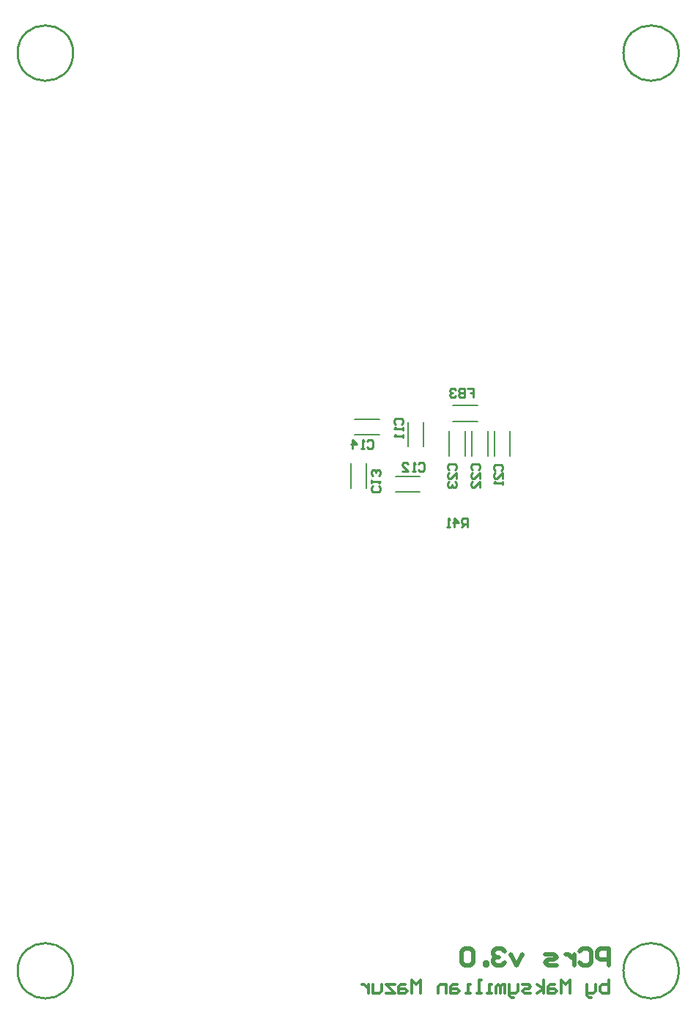
<source format=gbr>
%TF.GenerationSoftware,Altium Limited,Altium Designer,25.8.1 (18)*%
G04 Layer_Color=32896*
%FSLAX45Y45*%
%MOMM*%
%TF.SameCoordinates,031978D1-9D18-463A-8735-F8186BF7E524*%
%TF.FilePolarity,Positive*%
%TF.FileFunction,Legend,Bot*%
%TF.Part,Single*%
G01*
G75*
%TA.AperFunction,NonConductor*%
%ADD70C,0.25400*%
%ADD74C,0.20000*%
%ADD76C,0.30000*%
%ADD77C,0.50000*%
D70*
X7930156Y11170000D02*
G03*
X7930156Y11170000I-320156J0D01*
G01*
X930156D02*
G03*
X930156Y11170000I-320156J0D01*
G01*
Y570000D02*
G03*
X930156Y570000I-320156J0D01*
G01*
X7930156D02*
G03*
X7930156Y570000I-320156J0D01*
G01*
X5488495Y5699216D02*
Y5800784D01*
X5437712D01*
X5420784Y5783856D01*
Y5750000D01*
X5437712Y5733072D01*
X5488495D01*
X5454639D02*
X5420784Y5699216D01*
X5336144D02*
Y5800784D01*
X5386928Y5750000D01*
X5319216D01*
X5285361Y5699216D02*
X5251505D01*
X5268433D01*
Y5800784D01*
X5285361Y5783856D01*
X5485328Y7297458D02*
X5553039D01*
Y7246674D01*
X5519183D01*
X5553039D01*
Y7195890D01*
X5451472Y7297458D02*
Y7195890D01*
X5400688D01*
X5383760Y7212818D01*
Y7229746D01*
X5400688Y7246674D01*
X5451472D01*
X5400688D01*
X5383760Y7263602D01*
Y7280530D01*
X5400688Y7297458D01*
X5451472D01*
X5349904Y7280530D02*
X5332977Y7297458D01*
X5299121D01*
X5282193Y7280530D01*
Y7263602D01*
X5299121Y7246674D01*
X5316049D01*
X5299121D01*
X5282193Y7229746D01*
Y7212818D01*
X5299121Y7195890D01*
X5332977D01*
X5349904Y7212818D01*
X5276183Y6358922D02*
X5259255Y6375850D01*
Y6409705D01*
X5276183Y6426633D01*
X5343895D01*
X5360822Y6409705D01*
Y6375850D01*
X5343895Y6358922D01*
X5360822Y6257355D02*
Y6325066D01*
X5293111Y6257355D01*
X5276183D01*
X5259255Y6274283D01*
Y6308138D01*
X5276183Y6325066D01*
Y6223499D02*
X5259255Y6206571D01*
Y6172715D01*
X5276183Y6155788D01*
X5293111D01*
X5310039Y6172715D01*
Y6189643D01*
Y6172715D01*
X5326967Y6155788D01*
X5343895D01*
X5360822Y6172715D01*
Y6206571D01*
X5343895Y6223499D01*
X5546183Y6358922D02*
X5529255Y6375850D01*
Y6409706D01*
X5546183Y6426634D01*
X5613894D01*
X5630822Y6409706D01*
Y6375850D01*
X5613894Y6358922D01*
X5630822Y6257355D02*
Y6325066D01*
X5563111Y6257355D01*
X5546183D01*
X5529255Y6274283D01*
Y6308139D01*
X5546183Y6325066D01*
X5630822Y6155788D02*
Y6223499D01*
X5563111Y6155788D01*
X5546183D01*
X5529255Y6172716D01*
Y6206571D01*
X5546183Y6223499D01*
X5806183Y6351994D02*
X5789255Y6368922D01*
Y6402778D01*
X5806183Y6419705D01*
X5873895D01*
X5890822Y6402778D01*
Y6368922D01*
X5873895Y6351994D01*
X5890822Y6250427D02*
Y6318138D01*
X5823111Y6250427D01*
X5806183D01*
X5789255Y6267355D01*
Y6301210D01*
X5806183Y6318138D01*
X5890822Y6216571D02*
Y6182715D01*
Y6199643D01*
X5789255D01*
X5806183Y6216571D01*
X4329286Y6685066D02*
X4346214Y6701994D01*
X4380070D01*
X4396998Y6685066D01*
Y6617355D01*
X4380070Y6600427D01*
X4346214D01*
X4329286Y6617355D01*
X4295431Y6600427D02*
X4261575D01*
X4278503D01*
Y6701994D01*
X4295431Y6685066D01*
X4160008Y6600427D02*
Y6701994D01*
X4210791Y6651210D01*
X4143080D01*
X4463895Y6171963D02*
X4480823Y6155035D01*
Y6121179D01*
X4463895Y6104251D01*
X4396183D01*
X4379255Y6121179D01*
Y6155035D01*
X4396183Y6171963D01*
X4379255Y6205819D02*
Y6239674D01*
Y6222747D01*
X4480823D01*
X4463895Y6205819D01*
Y6290458D02*
X4480823Y6307386D01*
Y6341242D01*
X4463895Y6358169D01*
X4446967D01*
X4430039Y6341242D01*
Y6324314D01*
Y6341242D01*
X4413111Y6358169D01*
X4396183D01*
X4379255Y6341242D01*
Y6307386D01*
X4396183Y6290458D01*
X4919287Y6425066D02*
X4936214Y6441994D01*
X4970070D01*
X4986998Y6425066D01*
Y6357355D01*
X4970070Y6340427D01*
X4936214D01*
X4919287Y6357355D01*
X4885431Y6340427D02*
X4851575D01*
X4868503D01*
Y6441994D01*
X4885431Y6425066D01*
X4733080Y6340427D02*
X4800791D01*
X4733080Y6408138D01*
Y6425066D01*
X4750008Y6441994D01*
X4783863D01*
X4800791Y6425066D01*
X4656183Y6883530D02*
X4639255Y6900458D01*
Y6934314D01*
X4656183Y6951241D01*
X4723895D01*
X4740822Y6934314D01*
Y6900458D01*
X4723895Y6883530D01*
X4740822Y6849674D02*
Y6815818D01*
Y6832746D01*
X4639255D01*
X4656183Y6849674D01*
X4740822Y6765035D02*
Y6731179D01*
Y6748107D01*
X4639255D01*
X4656183Y6765035D01*
D74*
X5317081Y6914381D02*
X5602903D01*
X5317081Y7100203D02*
X5602903D01*
X5279440Y6519671D02*
Y6800884D01*
X5460653Y6519671D02*
Y6800884D01*
X5799440Y6519669D02*
Y6800882D01*
X5980654Y6519669D02*
Y6800882D01*
X5539440Y6519670D02*
Y6800883D01*
X5720653Y6519670D02*
Y6800883D01*
X4799432Y6625170D02*
Y6906383D01*
X4980646Y6625170D02*
Y6906383D01*
X4322451Y6148477D02*
Y6429690D01*
X4141238Y6148477D02*
Y6429690D01*
X4656699Y6281817D02*
X4937912D01*
X4656699Y6100604D02*
X4937912D01*
X4186105Y6758798D02*
X4467318D01*
X4186105Y6940011D02*
X4467318D01*
D76*
X7119078Y459936D02*
Y309984D01*
X7044102D01*
X7019110Y334976D01*
Y359968D01*
Y384960D01*
X7044102Y409952D01*
X7119078D01*
X6969126D02*
Y334976D01*
X6944134Y309984D01*
X6869159D01*
Y284992D01*
X6894151Y260000D01*
X6919142D01*
X6869159Y309984D02*
Y409952D01*
X6669223Y309984D02*
Y459936D01*
X6619239Y409952D01*
X6569256Y459936D01*
Y309984D01*
X6494280Y409952D02*
X6444296D01*
X6419304Y384960D01*
Y309984D01*
X6494280D01*
X6519272Y334976D01*
X6494280Y359968D01*
X6419304D01*
X6369321Y309984D02*
Y459936D01*
Y359968D02*
X6294345Y409952D01*
X6369321Y359968D02*
X6294345Y309984D01*
X6219369D02*
X6144393D01*
X6119402Y334976D01*
X6144393Y359968D01*
X6194377D01*
X6219369Y384960D01*
X6194377Y409952D01*
X6119402D01*
X6069418D02*
Y334976D01*
X6044426Y309984D01*
X5969450D01*
Y284992D01*
X5994442Y260000D01*
X6019434D01*
X5969450Y309984D02*
Y409952D01*
X5919466Y309984D02*
Y409952D01*
X5894474D01*
X5869482Y384960D01*
Y309984D01*
Y384960D01*
X5844490Y409952D01*
X5819499Y384960D01*
Y309984D01*
X5769515D02*
X5719531D01*
X5744523D01*
Y409952D01*
X5769515D01*
X5644555Y309984D02*
X5594571D01*
X5619563D01*
Y459936D01*
X5644555D01*
X5519596Y309984D02*
X5469612D01*
X5494604D01*
Y409952D01*
X5519596D01*
X5369644D02*
X5319660D01*
X5294668Y384960D01*
Y309984D01*
X5369644D01*
X5394636Y334976D01*
X5369644Y359968D01*
X5294668D01*
X5244684Y309984D02*
Y409952D01*
X5169709D01*
X5144717Y384960D01*
Y309984D01*
X4944782D02*
Y459936D01*
X4894798Y409952D01*
X4844814Y459936D01*
Y309984D01*
X4769838Y409952D02*
X4719854D01*
X4694863Y384960D01*
Y309984D01*
X4769838D01*
X4794830Y334976D01*
X4769838Y359968D01*
X4694863D01*
X4644879Y409952D02*
X4544911D01*
X4644879Y309984D01*
X4544911D01*
X4494927Y409952D02*
Y334976D01*
X4469935Y309984D01*
X4394960D01*
Y409952D01*
X4344976D02*
Y309984D01*
Y359968D01*
X4319984Y384960D01*
X4294992Y409952D01*
X4270000D01*
D77*
X7119078Y630000D02*
Y829936D01*
X7019110D01*
X6985787Y796613D01*
Y729968D01*
X7019110Y696645D01*
X7119078D01*
X6785852Y796613D02*
X6819174Y829936D01*
X6885820D01*
X6919142Y796613D01*
Y663323D01*
X6885820Y630000D01*
X6819174D01*
X6785852Y663323D01*
X6719207Y763291D02*
Y630000D01*
Y696645D01*
X6685884Y729968D01*
X6652561Y763291D01*
X6619239D01*
X6519271Y630000D02*
X6419303D01*
X6385981Y663323D01*
X6419303Y696645D01*
X6485948D01*
X6519271Y729968D01*
X6485948Y763291D01*
X6385981D01*
X6119400D02*
X6052755Y630000D01*
X5986109Y763291D01*
X5919464Y796613D02*
X5886142Y829936D01*
X5819496D01*
X5786174Y796613D01*
Y763291D01*
X5819496Y729968D01*
X5852819D01*
X5819496D01*
X5786174Y696645D01*
Y663323D01*
X5819496Y630000D01*
X5886142D01*
X5919464Y663323D01*
X5719529Y630000D02*
Y663323D01*
X5686206D01*
Y630000D01*
X5719529D01*
X5552916Y796613D02*
X5519593Y829936D01*
X5452948D01*
X5419625Y796613D01*
Y663323D01*
X5452948Y630000D01*
X5519593D01*
X5552916Y663323D01*
Y796613D01*
%TF.MD5,8a1161eb0db4ea54110e1b78fcc29823*%
M02*

</source>
